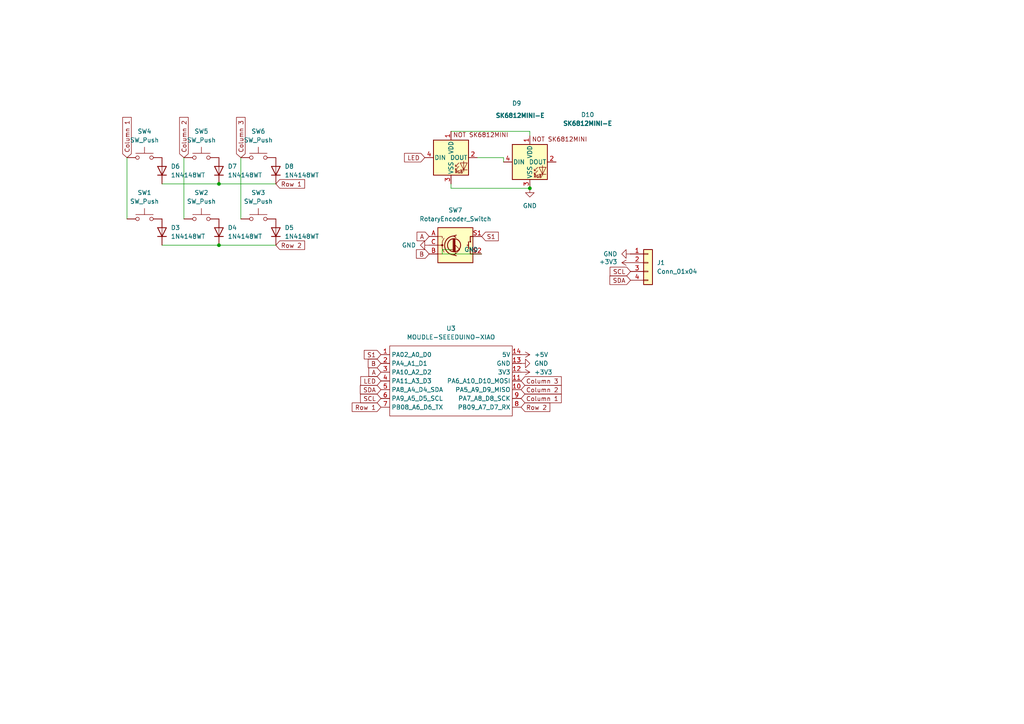
<source format=kicad_sch>
(kicad_sch (version 20250114) (generator "eeschema") (generator_version "9.0")
  (paper "A4")
  (lib_symbols
    (symbol "Connector_Generic:Conn_01x04" (pin_names (offset 1.016) (hide yes))
      (property "Reference" "J" (at 0 5.08 0))
      (property "Value" "Conn_01x04" (at 0 -7.62 0))
      (symbol "Conn_01x04_1_1"
        (rectangle (start -1.27 3.81) (end 1.27 -6.35) (stroke (width 0.254)) (fill (type background)))
        (rectangle (start -1.27 2.667) (end 0 2.413) (stroke (width 0.1524)))
        (rectangle (start -1.27 0.127) (end 0 -0.127) (stroke (width 0.1524)))
        (rectangle (start -1.27 -2.413) (end 0 -2.667) (stroke (width 0.1524)))
        (rectangle (start -1.27 -4.953) (end 0 -5.207) (stroke (width 0.1524)))
        (pin passive line (at -5.08 2.54 0) (length 3.81) (name "Pin_1") (number "1"))
        (pin passive line (at -5.08 0 0) (length 3.81) (name "Pin_2") (number "2"))
        (pin passive line (at -5.08 -2.54 0) (length 3.81) (name "Pin_3") (number "3"))
        (pin passive line (at -5.08 -5.08 0) (length 3.81) (name "Pin_4") (number "4"))
      )
    )
    (symbol "Device:RotaryEncoder_Switch" (pin_names (offset 0.254) (hide yes))
      (property "Reference" "SW" (at 0 6.604 0))
      (property "Value" "RotaryEncoder_Switch" (at 0 -6.604 0))
      (symbol "RotaryEncoder_Switch_0_1"
        (rectangle (start -5.08 5.08) (end 5.08 -5.08) (stroke (width 0.254)) (fill (type background)))
        (polyline (pts (xy -5.08 2.54) (xy -3.81 2.54) (xy -3.81 2.032)))
        (polyline (pts (xy -5.08 0) (xy -3.81 0) (xy -3.81 -1.016) (xy -3.302 -2.032)))
        (polyline (pts (xy -5.08 -2.54) (xy -3.81 -2.54) (xy -3.81 -2.032)))
        (polyline (pts (xy -4.318 0) (xy -3.81 0) (xy -3.81 1.016) (xy -3.302 2.032)))
        (circle (center -3.81 0) (radius 0.254) (fill (type outline)))
        (polyline (pts (xy -0.635 -1.778) (xy -0.635 1.778)) (stroke (width 0.254)))
        (circle (center -0.381 0) (radius 1.905) (stroke (width 0.254)))
        (polyline (pts (xy -0.381 -1.778) (xy -0.381 1.778)) (stroke (width 0.254)))
        (arc (start -0.381 -2.794) (mid -3.0988 -0.0635) (end -0.381 2.667) (stroke (width 0.254)))
        (polyline (pts (xy -0.127 1.778) (xy -0.127 -1.778)) (stroke (width 0.254)))
        (polyline (pts (xy 0.254 2.921) (xy -0.508 2.667) (xy 0.127 2.286)) (stroke (width 0.254)))
        (polyline (pts (xy 0.254 -3.048) (xy -0.508 -2.794) (xy 0.127 -2.413)) (stroke (width 0.254)))
        (polyline (pts (xy 3.81 1.016) (xy 3.81 -1.016)) (stroke (width 0.254)))
        (polyline (pts (xy 3.81 0) (xy 3.429 0)) (stroke (width 0.254)))
        (circle (center 4.318 1.016) (radius 0.127) (stroke (width 0.254)))
        (circle (center 4.318 -1.016) (radius 0.127) (stroke (width 0.254)))
        (polyline (pts (xy 5.08 2.54) (xy 4.318 2.54) (xy 4.318 1.016)) (stroke (width 0.254)))
        (polyline (pts (xy 5.08 -2.54) (xy 4.318 -2.54) (xy 4.318 -1.016)) (stroke (width 0.254)))
      )
      (symbol "RotaryEncoder_Switch_1_1"
        (pin passive line (at -7.62 2.54 0) (length 2.54) (name "A") (number "A"))
        (pin passive line (at -7.62 0 0) (length 2.54) (name "C") (number "C"))
        (pin passive line (at -7.62 -2.54 0) (length 2.54) (name "B") (number "B"))
        (pin passive line (at 7.62 2.54 180) (length 2.54) (name "S1") (number "S1"))
        (pin passive line (at 7.62 -2.54 180) (length 2.54) (name "S2") (number "S2"))
      )
    )
    (symbol "Diode:1N4148WT" (pin_numbers (hide yes)) (pin_names (hide yes))
      (property "Reference" "D" (at 0 2.54 0))
      (property "Value" "1N4148WT" (at 0 -2.54 0))
      (symbol "1N4148WT_0_1"
        (polyline (pts (xy -1.27 1.27) (xy -1.27 -1.27)) (stroke (width 0.254)))
        (polyline (pts (xy 1.27 1.27) (xy 1.27 -1.27) (xy -1.27 0) (xy 1.27 1.27)) (stroke (width 0.254)))
        (polyline (pts (xy 1.27 0) (xy -1.27 0)))
      )
      (symbol "1N4148WT_1_1"
        (pin passive line (at -3.81 0 0) (length 2.54) (name "K") (number "1"))
        (pin passive line (at 3.81 0 180) (length 2.54) (name "A") (number "2"))
      )
    )
    (symbol "SK6812MINI-E:SK6812MINI-E" (pin_names (offset 0.254))
      (property "Reference" "D" (at -3.556 5.842 0))
      (property "Value" "SK6812MINI-E" (at 1.27 -5.715 0))
      (symbol "SK6812MINI-E_0_0"
        (text "RGB" (at 2.286 -4.191 0) (effects (font (size 0.762 0.762))))
      )
      (symbol "SK6812MINI-E_0_1"
        (rectangle (start -5.08 5.08) (end 5.08 -5.08) (stroke (width 0.254)) (fill (type background)))
        (polyline (pts (xy 1.27 -2.54) (xy 1.778 -2.54)))
        (polyline (pts (xy 1.27 -3.556) (xy 1.778 -3.556)))
        (polyline (pts (xy 2.286 -1.524) (xy 1.27 -2.54) (xy 1.27 -2.032)))
        (polyline (pts (xy 2.286 -2.54) (xy 1.27 -3.556) (xy 1.27 -3.048)))
        (polyline (pts (xy 3.683 -1.016) (xy 3.683 -3.556) (xy 3.683 -4.064)))
        (polyline (pts (xy 4.699 -1.524) (xy 2.667 -1.524) (xy 3.683 -3.556) (xy 4.699 -1.524)))
        (polyline (pts (xy 4.699 -3.556) (xy 2.667 -3.556)))
      )
      (symbol "SK6812MINI-E_1_1"
        (text "NOT SK6812MINI" (at 8.636 6.604 0) (effects (font (size 1.27 1.27))))
        (pin input line (at -7.62 0 0) (length 2.54) (name "DIN") (number "4"))
        (pin power_in line (at 0 7.62 270) (length 2.54) (name "VDD") (number "1"))
        (pin power_in line (at 0 -7.62 90) (length 2.54) (name "VSS") (number "3"))
        (pin output line (at 7.62 0 180) (length 2.54) (name "DOUT") (number "2"))
      )
    )
    (symbol "Switch:SW_Push" (pin_numbers (hide yes)) (pin_names (offset 1.016) (hide yes))
      (property "Reference" "SW" (at 1.27 2.54 0))
      (property "Value" "SW_Push" (at 0 -1.524 0))
      (symbol "SW_Push_0_1"
        (circle (center -2.032 0) (radius 0.508))
        (polyline (pts (xy 0 1.27) (xy 0 3.048)))
        (circle (center 2.032 0) (radius 0.508))
        (polyline (pts (xy 2.54 1.27) (xy -2.54 1.27)))
        (pin passive line (at -5.08 0 0) (length 2.54) (name "1") (number "1"))
        (pin passive line (at 5.08 0 180) (length 2.54) (name "2") (number "2"))
      )
    )
    (symbol "XIAO_RP2040:MOUDLE-SEEEDUINO-XIAO"
      (property "Reference" "U" (at -16.51 11.43 0))
      (property "Value" "MOUDLE-SEEEDUINO-XIAO" (at -3.81 -11.43 0))
      (symbol "MOUDLE-SEEEDUINO-XIAO_0_1"
        (rectangle (start -16.51 10.16) (end 19.05 -10.16))
      )
      (symbol "MOUDLE-SEEEDUINO-XIAO_1_1"
        (pin passive line (at -19.05 7.62 0) (length 2.54) (name "PA02_A0_D0") (number "1"))
        (pin passive line (at -19.05 5.08 0) (length 2.54) (name "PA4_A1_D1") (number "2"))
        (pin passive line (at -19.05 2.54 0) (length 2.54) (name "PA10_A2_D2") (number "3"))
        (pin passive line (at -19.05 0 0) (length 2.54) (name "PA11_A3_D3") (number "4"))
        (pin passive line (at -19.05 -2.54 0) (length 2.54) (name "PA8_A4_D4_SDA") (number "5"))
        (pin passive line (at -19.05 -5.08 0) (length 2.54) (name "PA9_A5_D5_SCL") (number "6"))
        (pin passive line (at -19.05 -7.62 0) (length 2.54) (name "PB08_A6_D6_TX") (number "7"))
        (pin passive line (at 21.59 7.62 180) (length 2.54) (name "5V") (number "14"))
        (pin passive line (at 21.59 5.08 180) (length 2.54) (name "GND") (number "13"))
        (pin passive line (at 21.59 2.54 180) (length 2.54) (name "3V3") (number "12"))
        (pin passive line (at 21.59 0 180) (length 2.54) (name "PA6_A10_D10_MOSI") (number "11"))
        (pin passive line (at 21.59 -2.54 180) (length 2.54) (name "PA5_A9_D9_MISO") (number "10"))
        (pin passive line (at 21.59 -5.08 180) (length 2.54) (name "PA7_A8_D8_SCK") (number "9"))
        (pin passive line (at 21.59 -7.62 180) (length 2.54) (name "PB09_A7_D7_RX") (number "8"))
      )
    )
    (symbol "power:+3V3" (power) (pin_numbers (hide yes)) (pin_names (offset 0) (hide yes))
      (property "Value" "+3V3" (at 0 3.556 0))
      (symbol "+3V3_0_1"
        (polyline (pts (xy -0.762 1.27) (xy 0 2.54)))
        (polyline (pts (xy 0 2.54) (xy 0.762 1.27)))
        (polyline (pts (xy 0 0) (xy 0 2.54)))
      )
      (symbol "+3V3_1_1"
        (pin power_in line (at 0 0 90) (length 0) (name "~") (number "1"))
      )
    )
    (symbol "power:+5V" (power) (pin_numbers (hide yes)) (pin_names (offset 0) (hide yes))
      (property "Value" "+5V" (at 0 3.556 0))
      (symbol "+5V_0_1"
        (polyline (pts (xy -0.762 1.27) (xy 0 2.54)))
        (polyline (pts (xy 0 2.54) (xy 0.762 1.27)))
        (polyline (pts (xy 0 0) (xy 0 2.54)))
      )
      (symbol "+5V_1_1"
        (pin power_in line (at 0 0 90) (length 0) (name "~") (number "1"))
      )
    )
    (symbol "power:GND" (power) (pin_numbers (hide yes)) (pin_names (offset 0) (hide yes))
      (property "Value" "GND" (at 0 -3.81 0))
      (symbol "GND_0_1"
        (polyline (pts (xy 0 0) (xy 0 -1.27) (xy 1.27 -1.27) (xy 0 -2.54) (xy -1.27 -1.27) (xy 0 -1.27)))
      )
      (symbol "GND_1_1"
        (pin power_in line (at 0 0 270) (length 0) (name "~") (number "1"))
      )
    )
  )
  (junction (at 63.5 53.34))
  (junction (at 63.5 71.12))
  (junction (at 153.67 54.61))
  (wire (pts (xy 46.99 53.34) (xy 63.5 53.34)))
  (wire (pts (xy 139.7 73.66) (xy 128.27 73.66)))
  (wire (pts (xy 130.81 38.1) (xy 153.67 38.1)))
  (wire (pts (xy 146.05 45.72) (xy 146.05 46.99)))
  (wire (pts (xy 63.5 71.12) (xy 80.01 71.12)))
  (wire (pts (xy 138.43 45.72) (xy 146.05 45.72)))
  (wire (pts (xy 130.81 53.34) (xy 130.81 54.61)))
  (wire (pts (xy 46.99 71.12) (xy 63.5 71.12)))
  (wire (pts (xy 153.67 38.1) (xy 153.67 39.37)))
  (wire (pts (xy 130.81 54.61) (xy 153.67 54.61)))
  (wire (pts (xy 153.67 53.34) (xy 153.67 54.61)))
  (wire (pts (xy 69.85 45.72) (xy 69.85 63.5)))
  (wire (pts (xy 128.27 72.39) (xy 130.81 72.39)))
  (wire (pts (xy 128.27 73.66) (xy 128.27 72.39)))
  (wire (pts (xy 63.5 53.34) (xy 80.01 53.34)))
  (wire (pts (xy 53.34 45.72) (xy 53.34 63.5)))
  (wire (pts (xy 36.83 45.72) (xy 36.83 63.5)))
  (global_label "Row 1" (shape input) (at 80.01 53.34 0) (property "Intersheetrefs" "${INTERSHEET_REFS}" (effects (hide yes))))
  (global_label "Column 2" (shape input) (at 53.34 45.72 90) (property "Intersheetrefs" "${INTERSHEET_REFS}" (effects (hide yes))))
  (global_label "LED" (shape input) (at 110.49 110.49 180) (property "Intersheetrefs" "${INTERSHEET_REFS}" (effects (hide yes))))
  (global_label "Column 1" (shape input) (at 36.83 45.72 90) (property "Intersheetrefs" "${INTERSHEET_REFS}" (effects (hide yes))))
  (global_label "S1" (shape input) (at 139.7 68.58 0) (property "Intersheetrefs" "${INTERSHEET_REFS}" (effects (hide yes))))
  (global_label "Column 1" (shape input) (at 151.13 115.57 0) (property "Intersheetrefs" "${INTERSHEET_REFS}" (effects (hide yes))))
  (global_label "LED" (shape input) (at 123.19 45.72 180) (property "Intersheetrefs" "${INTERSHEET_REFS}" (effects (hide yes))))
  (global_label "SCL" (shape input) (at 182.88 78.74 180) (property "Intersheetrefs" "${INTERSHEET_REFS}" (effects (hide yes))))
  (global_label "B" (shape input) (at 124.46 73.66 180) (property "Intersheetrefs" "${INTERSHEET_REFS}" (effects (hide yes))))
  (global_label "SDA" (shape input) (at 110.49 113.03 180) (property "Intersheetrefs" "${INTERSHEET_REFS}" (effects (hide yes))))
  (global_label "SDA" (shape input) (at 182.88 81.28 180) (property "Intersheetrefs" "${INTERSHEET_REFS}" (effects (hide yes))))
  (global_label "S1" (shape input) (at 110.49 102.87 180) (property "Intersheetrefs" "${INTERSHEET_REFS}" (effects (hide yes))))
  (global_label "SCL" (shape input) (at 110.49 115.57 180) (property "Intersheetrefs" "${INTERSHEET_REFS}" (effects (hide yes))))
  (global_label "B" (shape input) (at 110.49 105.41 180) (property "Intersheetrefs" "${INTERSHEET_REFS}" (effects (hide yes))))
  (global_label "Row 1" (shape input) (at 110.49 118.11 180) (property "Intersheetrefs" "${INTERSHEET_REFS}" (effects (hide yes))))
  (global_label "Column 2" (shape input) (at 151.13 113.03 0) (property "Intersheetrefs" "${INTERSHEET_REFS}" (effects (hide yes))))
  (global_label "Row 2" (shape input) (at 80.01 71.12 0) (property "Intersheetrefs" "${INTERSHEET_REFS}" (effects (hide yes))))
  (global_label "A" (shape input) (at 124.46 68.58 180) (property "Intersheetrefs" "${INTERSHEET_REFS}" (effects (hide yes))))
  (global_label "A" (shape input) (at 110.49 107.95 180) (property "Intersheetrefs" "${INTERSHEET_REFS}" (effects (hide yes))))
  (global_label "Column 3" (shape input) (at 151.13 110.49 0) (property "Intersheetrefs" "${INTERSHEET_REFS}" (effects (hide yes))))
  (global_label "Column 3" (shape input) (at 69.85 45.72 90) (property "Intersheetrefs" "${INTERSHEET_REFS}" (effects (hide yes))))
  (global_label "Row 2" (shape input) (at 151.13 118.11 0) (property "Intersheetrefs" "${INTERSHEET_REFS}" (effects (hide yes))))
  (symbol (lib_id "Diode:1N4148WT") (at 80.01 67.31 90) (unit 1)
    (property "Reference" "D5" (at 82.55 66.0399 90) (effects (justify right)))
    (property "Value" "1N4148WT" (at 82.55 68.5799 90) (effects (justify right)))
    (property "Footprint" "Diode_THT:D_DO-35_SOD27_P2.54mm_Vertical_AnodeUp" (effects (hide yes)))
    (property "Datasheet" "https://www.diodes.com/assets/Datasheets/ds30396.pdf" (effects (hide yes)))
    (property "Description" "75V 0.15A Fast switching Diode, SOD-523" (effects (hide yes)))
    (property "Sim.Device" "D" (effects (hide yes)))
    (property "Sim.Pins" "1=K 2=A" (effects (hide yes)))
  )
  (symbol (lib_id "Diode:1N4148WT") (at 46.99 49.53 90) (unit 1)
    (property "Reference" "D6" (at 49.53 48.2599 90) (effects (justify right)))
    (property "Value" "1N4148WT" (at 49.53 50.7999 90) (effects (justify right)))
    (property "Footprint" "Diode_THT:D_DO-35_SOD27_P2.54mm_Vertical_AnodeUp" (effects (hide yes)))
    (property "Datasheet" "https://www.diodes.com/assets/Datasheets/ds30396.pdf" (effects (hide yes)))
    (property "Description" "75V 0.15A Fast switching Diode, SOD-523" (effects (hide yes)))
    (property "Sim.Device" "D" (effects (hide yes)))
    (property "Sim.Pins" "1=K 2=A" (effects (hide yes)))
  )
  (symbol (lib_id "power:GND") (at 153.67 54.61 0) (unit 1)
    (property "Reference" "#PWR01" (effects (hide yes)))
    (property "Value" "GND" (at 153.67 59.69 0))
    (property "Description" "Power symbol creates a global label with name \"GND\" , ground" (effects (hide yes)))
  )
  (symbol (lib_id "SK6812MINI-E:SK6812MINI-E") (at 130.81 45.72 0) (unit 1)
    (property "Reference" "D9" (at 149.86 29.972 0))
    (property "Value" "SK6812MINI-E" (at 150.876 33.528 0) (effects (font (thickness 0.254) (bold yes))))
    (property "Footprint" "LED_not:SK6812MINI-E_fixed" (effects (hide yes)))
    (property "Datasheet" "https://cdn-shop.adafruit.com/product-files/4960/4960_SK6812MINI-E_REV02_EN.pdf" (effects (hide yes)))
    (property "Description" "RGB LED with integrated controller" (effects (hide yes)))
  )
  (symbol (lib_id "SK6812MINI-E:SK6812MINI-E") (at 153.67 46.99 0) (unit 1)
    (property "Reference" "D10" (at 170.434 33.274 0))
    (property "Value" "SK6812MINI-E" (at 170.434 35.8141 0) (effects (font (thickness 0.254) (bold yes))))
    (property "Footprint" "LED_not:SK6812MINI-E_fixed" (effects (hide yes)))
    (property "Datasheet" "https://cdn-shop.adafruit.com/product-files/4960/4960_SK6812MINI-E_REV02_EN.pdf" (effects (hide yes)))
    (property "Description" "RGB LED with integrated controller" (effects (hide yes)))
  )
  (symbol (lib_id "Switch:SW_Push") (at 74.93 45.72 0) (unit 1)
    (property "Reference" "SW6" (at 74.93 38.1 0))
    (property "Value" "SW_Push" (at 74.93 40.64 0))
    (property "Footprint" "Button_Switch_Keyboard:SW_Cherry_MX_1.00u_PCB" (effects (hide yes)))
    (property "Description" "Push button switch, generic, two pins" (effects (hide yes)))
  )
  (symbol (lib_id "Connector_Generic:Conn_01x04") (at 187.96 76.2 0) (unit 1)
    (property "Reference" "J1" (at 190.5 76.1999 0) (effects (justify left)))
    (property "Value" "Conn_01x04" (at 190.5 78.7399 0) (effects (justify left)))
    (property "Footprint" "ssd1306:SSD1306-0.91-OLED-4pin-128x32 (2)" (effects (hide yes)))
    (property "Description" "Generic connector, single row, 01x04, script generated (kicad-library-utils/schlib/autogen/connector/)" (effects (hide yes)))
  )
  (symbol (lib_id "power:GND") (at 130.81 72.39 90) (unit 1)
    (property "Reference" "#PWR07" (effects (hide yes)))
    (property "Value" "GND" (at 134.62 72.3899 90) (effects (justify right)))
    (property "Description" "Power symbol creates a global label with name \"GND\" , ground" (effects (hide yes)))
  )
  (symbol (lib_id "Diode:1N4148WT") (at 63.5 49.53 90) (unit 1)
    (property "Reference" "D7" (at 66.04 48.2599 90) (effects (justify right)))
    (property "Value" "1N4148WT" (at 66.04 50.7999 90) (effects (justify right)))
    (property "Footprint" "Diode_THT:D_DO-35_SOD27_P2.54mm_Vertical_AnodeUp" (effects (hide yes)))
    (property "Datasheet" "https://www.diodes.com/assets/Datasheets/ds30396.pdf" (effects (hide yes)))
    (property "Description" "75V 0.15A Fast switching Diode, SOD-523" (effects (hide yes)))
    (property "Sim.Device" "D" (effects (hide yes)))
    (property "Sim.Pins" "1=K 2=A" (effects (hide yes)))
  )
  (symbol (lib_id "Diode:1N4148WT") (at 46.99 67.31 90) (unit 1)
    (property "Reference" "D3" (at 49.53 66.0399 90) (effects (justify right)))
    (property "Value" "1N4148WT" (at 49.53 68.5799 90) (effects (justify right)))
    (property "Footprint" "Diode_THT:D_DO-35_SOD27_P2.54mm_Vertical_AnodeUp" (effects (hide yes)))
    (property "Datasheet" "https://www.diodes.com/assets/Datasheets/ds30396.pdf" (effects (hide yes)))
    (property "Description" "75V 0.15A Fast switching Diode, SOD-523" (effects (hide yes)))
    (property "Sim.Device" "D" (effects (hide yes)))
    (property "Sim.Pins" "1=K 2=A" (effects (hide yes)))
  )
  (symbol (lib_id "Switch:SW_Push") (at 41.91 45.72 0) (unit 1)
    (property "Reference" "SW4" (at 41.91 38.1 0))
    (property "Value" "SW_Push" (at 41.91 40.64 0))
    (property "Footprint" "Button_Switch_Keyboard:SW_Cherry_MX_1.00u_PCB" (effects (hide yes)))
    (property "Description" "Push button switch, generic, two pins" (effects (hide yes)))
  )
  (symbol (lib_id "power:+3V3") (at 151.13 107.95 270) (unit 1)
    (property "Reference" "#PWR010" (effects (hide yes)))
    (property "Value" "+3V3" (at 154.94 107.9499 90) (effects (justify left)))
    (property "Description" "Power symbol creates a global label with name \"+3V3\"" (effects (hide yes)))
  )
  (symbol (lib_id "Diode:1N4148WT") (at 80.01 49.53 90) (unit 1)
    (property "Reference" "D8" (at 82.55 48.2599 90) (effects (justify right)))
    (property "Value" "1N4148WT" (at 82.55 50.7999 90) (effects (justify right)))
    (property "Footprint" "Diode_THT:D_DO-35_SOD27_P2.54mm_Vertical_AnodeUp" (effects (hide yes)))
    (property "Datasheet" "https://www.diodes.com/assets/Datasheets/ds30396.pdf" (effects (hide yes)))
    (property "Description" "75V 0.15A Fast switching Diode, SOD-523" (effects (hide yes)))
    (property "Sim.Device" "D" (effects (hide yes)))
    (property "Sim.Pins" "1=K 2=A" (effects (hide yes)))
  )
  (symbol (lib_id "power:GND") (at 151.13 105.41 90) (unit 1)
    (property "Reference" "#PWR011" (effects (hide yes)))
    (property "Value" "GND" (at 154.94 105.4099 90) (effects (justify right)))
    (property "Description" "Power symbol creates a global label with name \"GND\" , ground" (effects (hide yes)))
  )
  (symbol (lib_id "power:+5V") (at 151.13 102.87 270) (unit 1)
    (property "Reference" "#PWR012" (effects (hide yes)))
    (property "Value" "+5V" (at 154.94 102.8699 90) (effects (justify left)))
    (property "Description" "Power symbol creates a global label with name \"+5V\"" (effects (hide yes)))
  )
  (symbol (lib_id "Switch:SW_Push") (at 74.93 63.5 0) (unit 1)
    (property "Reference" "SW3" (at 74.93 55.88 0))
    (property "Value" "SW_Push" (at 74.93 58.42 0))
    (property "Footprint" "Button_Switch_Keyboard:SW_Cherry_MX_1.00u_PCB" (effects (hide yes)))
    (property "Description" "Push button switch, generic, two pins" (effects (hide yes)))
  )
  (symbol (lib_id "Diode:1N4148WT") (at 63.5 67.31 90) (unit 1)
    (property "Reference" "D4" (at 66.04 66.0399 90) (effects (justify right)))
    (property "Value" "1N4148WT" (at 66.04 68.5799 90) (effects (justify right)))
    (property "Footprint" "Diode_THT:D_DO-35_SOD27_P2.54mm_Vertical_AnodeUp" (effects (hide yes)))
    (property "Datasheet" "https://www.diodes.com/assets/Datasheets/ds30396.pdf" (effects (hide yes)))
    (property "Description" "75V 0.15A Fast switching Diode, SOD-523" (effects (hide yes)))
    (property "Sim.Device" "D" (effects (hide yes)))
    (property "Sim.Pins" "1=K 2=A" (effects (hide yes)))
  )
  (symbol (lib_id "power:+3V3") (at 182.88 76.2 90) (unit 1)
    (property "Reference" "#PWR04" (effects (hide yes)))
    (property "Value" "+3V3" (at 179.07 75.946 90) (effects (justify left)))
    (property "Description" "Power symbol creates a global label with name \"+3V3\"" (effects (hide yes)))
  )
  (symbol (lib_id "Device:RotaryEncoder_Switch") (at 132.08 71.12 0) (unit 1)
    (property "Reference" "SW7" (at 132.08 60.96 0))
    (property "Value" "RotaryEncoder_Switch" (at 132.08 63.5 0))
    (property "Footprint" "Rotary_Encoder:RotaryEncoder_Alps_EC11E-Switch_Vertical_H20mm" (effects (hide yes)))
    (property "Description" "Rotary encoder, dual channel, incremental quadrate outputs, with switch" (effects (hide yes)))
  )
  (symbol (lib_id "Switch:SW_Push") (at 58.42 63.5 0) (unit 1)
    (property "Reference" "SW2" (at 58.42 55.88 0))
    (property "Value" "SW_Push" (at 58.42 58.42 0))
    (property "Footprint" "Button_Switch_Keyboard:SW_Cherry_MX_1.00u_PCB" (effects (hide yes)))
    (property "Description" "Push button switch, generic, two pins" (effects (hide yes)))
  )
  (symbol (lib_id "power:GND") (at 182.88 73.66 270) (unit 1)
    (property "Reference" "#PWR03" (effects (hide yes)))
    (property "Value" "GND" (at 179.07 73.6599 90) (effects (justify right)))
    (property "Description" "Power symbol creates a global label with name \"GND\" , ground" (effects (hide yes)))
  )
  (symbol (lib_id "Switch:SW_Push") (at 41.91 63.5 0) (unit 1)
    (property "Reference" "SW1" (at 41.91 55.88 0))
    (property "Value" "SW_Push" (at 41.91 58.42 0))
    (property "Footprint" "Button_Switch_Keyboard:SW_Cherry_MX_1.00u_PCB" (effects (hide yes)))
    (property "Description" "Push button switch, generic, two pins" (effects (hide yes)))
  )
  (symbol (lib_id "power:GND") (at 124.46 71.12 270) (unit 1)
    (property "Reference" "#PWR06" (effects (hide yes)))
    (property "Value" "GND" (at 120.65 71.1199 90) (effects (justify right)))
    (property "Description" "Power symbol creates a global label with name \"GND\" , ground" (effects (hide yes)))
  )
  (symbol (lib_id "Switch:SW_Push") (at 58.42 45.72 0) (unit 1)
    (property "Reference" "SW5" (at 58.42 38.1 0))
    (property "Value" "SW_Push" (at 58.42 40.64 0))
    (property "Footprint" "Button_Switch_Keyboard:SW_Cherry_MX_1.00u_PCB" (effects (hide yes)))
    (property "Description" "Push button switch, generic, two pins" (effects (hide yes)))
  )
  (symbol (lib_id "XIAO_RP2040:MOUDLE-SEEEDUINO-XIAO") (at 129.54 110.49 0) (unit 1)
    (property "Reference" "U3" (at 130.81 95.25 0))
    (property "Value" "MOUDLE-SEEEDUINO-XIAO" (at 130.81 97.79 0))
    (property "Footprint" "Seeed Studio XIAO Series Library:XIAO-RP2040-DIP" (effects (hide yes)))
  )
)
</source>
